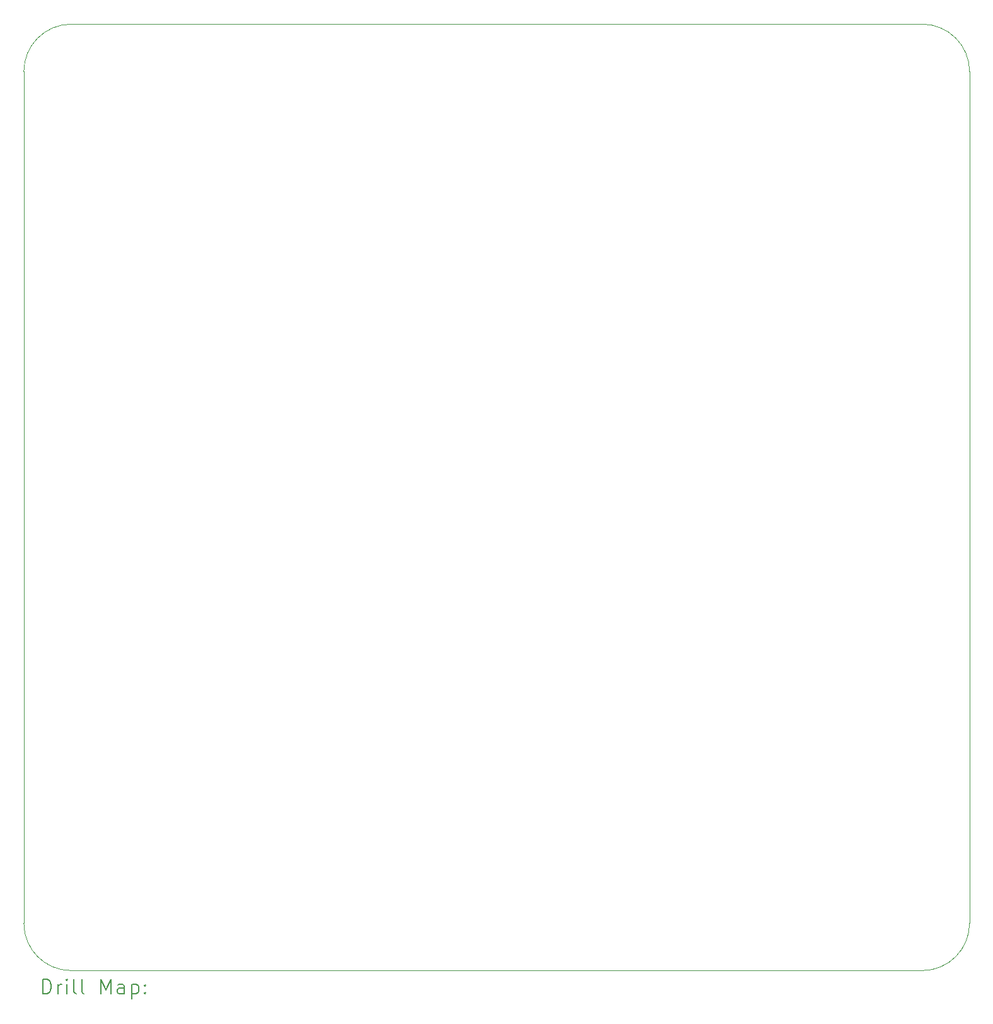
<source format=gbr>
%TF.GenerationSoftware,KiCad,Pcbnew,(6.0.7)*%
%TF.CreationDate,2022-11-10T17:29:08-05:00*%
%TF.ProjectId,M5TC-2022-U4BN,4d355443-2d32-4303-9232-2d5534424e2e,rev?*%
%TF.SameCoordinates,Original*%
%TF.FileFunction,Drillmap*%
%TF.FilePolarity,Positive*%
%FSLAX45Y45*%
G04 Gerber Fmt 4.5, Leading zero omitted, Abs format (unit mm)*
G04 Created by KiCad (PCBNEW (6.0.7)) date 2022-11-10 17:29:08*
%MOMM*%
%LPD*%
G01*
G04 APERTURE LIST*
%ADD10C,0.050000*%
%ADD11C,0.200000*%
G04 APERTURE END LIST*
D10*
X15875000Y-10160000D02*
X27305000Y-10160000D01*
X27940000Y-10795000D02*
X27940000Y-22225000D01*
X27305000Y-22860000D02*
X15875000Y-22860000D01*
X15240000Y-22225000D02*
X15240000Y-10795000D01*
X27940000Y-10795000D02*
G75*
G03*
X27305000Y-10160000I-635000J0D01*
G01*
X27305000Y-22860000D02*
G75*
G03*
X27940000Y-22225000I0J635000D01*
G01*
X15240000Y-22225000D02*
G75*
G03*
X15875000Y-22860000I635000J0D01*
G01*
X15875000Y-10160000D02*
G75*
G03*
X15240000Y-10795000I0J-635000D01*
G01*
D11*
X15495119Y-23172976D02*
X15495119Y-22972976D01*
X15542738Y-22972976D01*
X15571309Y-22982500D01*
X15590357Y-23001548D01*
X15599881Y-23020595D01*
X15609405Y-23058690D01*
X15609405Y-23087262D01*
X15599881Y-23125357D01*
X15590357Y-23144405D01*
X15571309Y-23163452D01*
X15542738Y-23172976D01*
X15495119Y-23172976D01*
X15695119Y-23172976D02*
X15695119Y-23039643D01*
X15695119Y-23077738D02*
X15704643Y-23058690D01*
X15714167Y-23049167D01*
X15733214Y-23039643D01*
X15752262Y-23039643D01*
X15818928Y-23172976D02*
X15818928Y-23039643D01*
X15818928Y-22972976D02*
X15809405Y-22982500D01*
X15818928Y-22992024D01*
X15828452Y-22982500D01*
X15818928Y-22972976D01*
X15818928Y-22992024D01*
X15942738Y-23172976D02*
X15923690Y-23163452D01*
X15914167Y-23144405D01*
X15914167Y-22972976D01*
X16047500Y-23172976D02*
X16028452Y-23163452D01*
X16018928Y-23144405D01*
X16018928Y-22972976D01*
X16276071Y-23172976D02*
X16276071Y-22972976D01*
X16342738Y-23115833D01*
X16409405Y-22972976D01*
X16409405Y-23172976D01*
X16590357Y-23172976D02*
X16590357Y-23068214D01*
X16580833Y-23049167D01*
X16561786Y-23039643D01*
X16523690Y-23039643D01*
X16504643Y-23049167D01*
X16590357Y-23163452D02*
X16571309Y-23172976D01*
X16523690Y-23172976D01*
X16504643Y-23163452D01*
X16495119Y-23144405D01*
X16495119Y-23125357D01*
X16504643Y-23106309D01*
X16523690Y-23096786D01*
X16571309Y-23096786D01*
X16590357Y-23087262D01*
X16685595Y-23039643D02*
X16685595Y-23239643D01*
X16685595Y-23049167D02*
X16704643Y-23039643D01*
X16742738Y-23039643D01*
X16761786Y-23049167D01*
X16771309Y-23058690D01*
X16780833Y-23077738D01*
X16780833Y-23134881D01*
X16771309Y-23153928D01*
X16761786Y-23163452D01*
X16742738Y-23172976D01*
X16704643Y-23172976D01*
X16685595Y-23163452D01*
X16866548Y-23153928D02*
X16876071Y-23163452D01*
X16866548Y-23172976D01*
X16857024Y-23163452D01*
X16866548Y-23153928D01*
X16866548Y-23172976D01*
X16866548Y-23049167D02*
X16876071Y-23058690D01*
X16866548Y-23068214D01*
X16857024Y-23058690D01*
X16866548Y-23049167D01*
X16866548Y-23068214D01*
M02*

</source>
